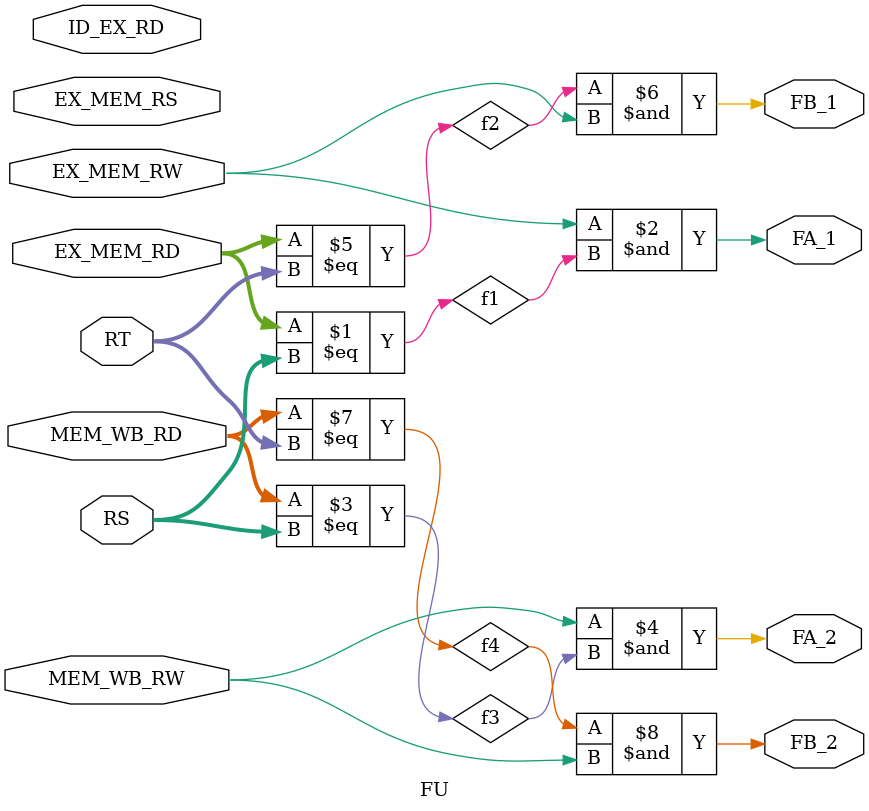
<source format=v>
module FU(EX_MEM_RW, MEM_WB_RW, EX_MEM_RD, MEM_WB_RD,RS, RT, EX_MEM_RS, ID_EX_RD,FA_1, FB_2, FA_2, FB_1);
input EX_MEM_RW, MEM_WB_RW;
input [3:0] EX_MEM_RD, MEM_WB_RD, RS, RT, EX_MEM_RS, ID_EX_RD;
//output [1:0] FA, FB;
output FA_1, FA_2, FB_1, FB_2;
wire f1;
assign f1 = (EX_MEM_RD ==RS);
assign FA_1 = (EX_MEM_RW&f1);
assign f3 = (MEM_WB_RD ==RS);
assign FA_2 = MEM_WB_RW&f3;

/*
assign FA_1 = (EX_MEM_RW && (EX_MEM_RD ==RS))? 2'b10: //ALU to ALU
            (MEM_WB_RW && (MEM_WB_RD ==RS))? 2'b01://MEM to ALU
             2'b00;  
*/
assign f2 = (EX_MEM_RD ==RT);
assign FB_1 = f2&EX_MEM_RW;
assign f4 = (MEM_WB_RD ==RT);
assign FB_2 = f4&MEM_WB_RW;

/*
assign FB = (EX_MEM_RW && (EX_MEM_RD ==RT ))? 2'b10:
            (MEM_WB_RW && (MEM_WB_RD ==RT ))?2'b01 : 2'b00;
*/

endmodule

</source>
